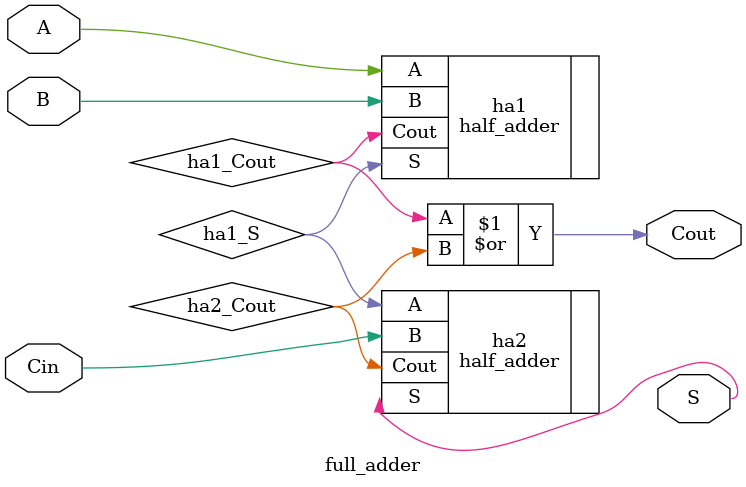
<source format=v>
module full_adder (
    input A,
    input B,
    input Cin,
    output S,
    output Cout
);

    // Define internal signals
    wire ha1_S;
    wire ha1_Cout;
    wire ha2_Cout;

    // Instantiate half adders
    half_adder ha1 (
        .A(A),
        .B(B),
        .S(ha1_S),
        .Cout(ha1_Cout)
    );
    half_adder ha2 (
        .A(ha1_S),
        .B(Cin),
        .S(S),
        .Cout(ha2_Cout)
    );

    // Calculate Cout
    assign Cout = ha1_Cout | ha2_Cout;

endmodule

</source>
